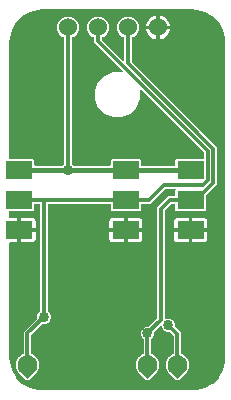
<source format=gbr>
G04 EAGLE Gerber RS-274X export*
G75*
%MOMM*%
%FSLAX34Y34*%
%LPD*%
%INTop Copper*%
%IPPOS*%
%AMOC8*
5,1,8,0,0,1.08239X$1,22.5*%
G01*
%ADD10R,2.286000X1.524000*%
%ADD11R,0.508000X0.508000*%
%ADD12C,1.524000*%
%ADD13C,0.855600*%
%ADD14C,0.406400*%
%ADD15C,0.304800*%

G36*
X158769Y3814D02*
X158769Y3814D01*
X158800Y3812D01*
X162347Y4045D01*
X162370Y4050D01*
X162494Y4069D01*
X169348Y5905D01*
X169362Y5912D01*
X169378Y5914D01*
X169531Y5982D01*
X175676Y9529D01*
X175688Y9539D01*
X175702Y9545D01*
X175833Y9650D01*
X180850Y14667D01*
X180859Y14680D01*
X180872Y14689D01*
X180950Y14795D01*
X180955Y14801D01*
X180958Y14806D01*
X180971Y14824D01*
X184518Y20969D01*
X184524Y20984D01*
X184534Y20996D01*
X184595Y21152D01*
X186431Y28006D01*
X186433Y28029D01*
X186455Y28153D01*
X186688Y31700D01*
X186686Y31719D01*
X186689Y31750D01*
X186689Y298450D01*
X186686Y298469D01*
X186688Y298500D01*
X186455Y302047D01*
X186450Y302070D01*
X186431Y302194D01*
X184595Y309048D01*
X184588Y309062D01*
X184586Y309078D01*
X184518Y309231D01*
X180971Y315376D01*
X180961Y315388D01*
X180955Y315402D01*
X180850Y315533D01*
X175833Y320550D01*
X175820Y320559D01*
X175811Y320572D01*
X175676Y320671D01*
X169531Y324218D01*
X169516Y324224D01*
X169504Y324234D01*
X169348Y324295D01*
X162494Y326131D01*
X162471Y326133D01*
X162347Y326155D01*
X158800Y326388D01*
X158781Y326386D01*
X158750Y326389D01*
X31750Y326389D01*
X31731Y326386D01*
X31700Y326388D01*
X28153Y326155D01*
X28130Y326150D01*
X28006Y326131D01*
X21152Y324295D01*
X21138Y324288D01*
X21122Y324286D01*
X20969Y324218D01*
X14824Y320671D01*
X14812Y320661D01*
X14798Y320655D01*
X14667Y320550D01*
X9650Y315533D01*
X9641Y315520D01*
X9628Y315511D01*
X9529Y315376D01*
X5982Y309231D01*
X5976Y309217D01*
X5966Y309204D01*
X5913Y309068D01*
X5908Y309056D01*
X5907Y309052D01*
X5905Y309048D01*
X4069Y302194D01*
X4067Y302171D01*
X4045Y302047D01*
X3812Y298500D01*
X3814Y298481D01*
X3811Y298450D01*
X3811Y200406D01*
X3814Y200386D01*
X3812Y200367D01*
X3834Y200265D01*
X3850Y200163D01*
X3860Y200146D01*
X3864Y200126D01*
X3917Y200037D01*
X3966Y199946D01*
X3980Y199932D01*
X3990Y199915D01*
X4069Y199848D01*
X4144Y199776D01*
X4162Y199768D01*
X4177Y199755D01*
X4273Y199716D01*
X4367Y199673D01*
X4387Y199671D01*
X4405Y199663D01*
X4572Y199645D01*
X24000Y199645D01*
X24893Y198752D01*
X24893Y194818D01*
X24896Y194798D01*
X24894Y194779D01*
X24916Y194677D01*
X24932Y194575D01*
X24942Y194558D01*
X24946Y194538D01*
X24999Y194449D01*
X25048Y194358D01*
X25062Y194344D01*
X25072Y194327D01*
X25151Y194260D01*
X25226Y194188D01*
X25244Y194180D01*
X25259Y194167D01*
X25355Y194128D01*
X25449Y194085D01*
X25469Y194083D01*
X25487Y194075D01*
X25654Y194057D01*
X48375Y194057D01*
X48465Y194071D01*
X48556Y194079D01*
X48586Y194091D01*
X48618Y194096D01*
X48699Y194139D01*
X48782Y194175D01*
X48815Y194201D01*
X48835Y194212D01*
X48857Y194235D01*
X48913Y194280D01*
X50068Y195435D01*
X50121Y195509D01*
X50181Y195578D01*
X50193Y195608D01*
X50212Y195634D01*
X50239Y195721D01*
X50273Y195806D01*
X50277Y195847D01*
X50284Y195869D01*
X50283Y195902D01*
X50291Y195973D01*
X50291Y302006D01*
X50272Y302121D01*
X50255Y302237D01*
X50253Y302243D01*
X50252Y302249D01*
X50197Y302351D01*
X50144Y302456D01*
X50139Y302461D01*
X50136Y302466D01*
X50052Y302546D01*
X49968Y302628D01*
X49962Y302632D01*
X49958Y302635D01*
X49941Y302643D01*
X49821Y302709D01*
X48160Y303397D01*
X45587Y305970D01*
X44195Y309331D01*
X44195Y312969D01*
X45587Y316330D01*
X48160Y318903D01*
X51521Y320295D01*
X55159Y320295D01*
X58520Y318903D01*
X61093Y316330D01*
X62485Y312969D01*
X62485Y309331D01*
X61093Y305970D01*
X58520Y303397D01*
X56859Y302709D01*
X56759Y302648D01*
X56659Y302588D01*
X56655Y302583D01*
X56650Y302580D01*
X56575Y302490D01*
X56499Y302401D01*
X56497Y302395D01*
X56493Y302390D01*
X56451Y302282D01*
X56407Y302173D01*
X56406Y302165D01*
X56405Y302161D01*
X56404Y302142D01*
X56389Y302006D01*
X56389Y195973D01*
X56403Y195883D01*
X56411Y195792D01*
X56423Y195762D01*
X56428Y195730D01*
X56471Y195649D01*
X56507Y195566D01*
X56533Y195533D01*
X56544Y195513D01*
X56567Y195491D01*
X56612Y195435D01*
X57767Y194280D01*
X57841Y194227D01*
X57910Y194167D01*
X57940Y194155D01*
X57966Y194136D01*
X58053Y194109D01*
X58138Y194075D01*
X58179Y194071D01*
X58201Y194064D01*
X58234Y194065D01*
X58305Y194057D01*
X88646Y194057D01*
X88666Y194060D01*
X88685Y194058D01*
X88787Y194080D01*
X88889Y194096D01*
X88906Y194106D01*
X88926Y194110D01*
X89015Y194163D01*
X89106Y194212D01*
X89120Y194226D01*
X89137Y194236D01*
X89204Y194315D01*
X89276Y194390D01*
X89284Y194408D01*
X89297Y194423D01*
X89336Y194519D01*
X89379Y194613D01*
X89381Y194633D01*
X89389Y194651D01*
X89407Y194818D01*
X89407Y198752D01*
X90300Y199645D01*
X114424Y199645D01*
X115317Y198752D01*
X115317Y194818D01*
X115320Y194798D01*
X115318Y194779D01*
X115340Y194677D01*
X115356Y194575D01*
X115366Y194558D01*
X115370Y194538D01*
X115423Y194449D01*
X115472Y194358D01*
X115486Y194344D01*
X115496Y194327D01*
X115575Y194260D01*
X115650Y194188D01*
X115668Y194180D01*
X115683Y194167D01*
X115779Y194128D01*
X115873Y194085D01*
X115893Y194083D01*
X115911Y194075D01*
X116078Y194057D01*
X143510Y194057D01*
X143530Y194060D01*
X143549Y194058D01*
X143651Y194080D01*
X143753Y194096D01*
X143770Y194106D01*
X143790Y194110D01*
X143879Y194163D01*
X143970Y194212D01*
X143984Y194226D01*
X144001Y194236D01*
X144068Y194315D01*
X144140Y194390D01*
X144148Y194408D01*
X144161Y194423D01*
X144200Y194519D01*
X144243Y194613D01*
X144245Y194633D01*
X144253Y194651D01*
X144271Y194818D01*
X144271Y198752D01*
X145164Y199645D01*
X167894Y199645D01*
X167914Y199648D01*
X167933Y199646D01*
X168035Y199668D01*
X168137Y199684D01*
X168154Y199694D01*
X168174Y199698D01*
X168263Y199751D01*
X168354Y199800D01*
X168368Y199814D01*
X168385Y199824D01*
X168452Y199903D01*
X168524Y199978D01*
X168532Y199996D01*
X168545Y200011D01*
X168584Y200107D01*
X168627Y200201D01*
X168629Y200221D01*
X168637Y200239D01*
X168655Y200406D01*
X168655Y205064D01*
X168641Y205154D01*
X168633Y205245D01*
X168621Y205275D01*
X168616Y205307D01*
X168573Y205387D01*
X168537Y205471D01*
X168511Y205503D01*
X168500Y205524D01*
X168477Y205546D01*
X168432Y205602D01*
X115600Y258434D01*
X115542Y258476D01*
X115490Y258525D01*
X115443Y258547D01*
X115401Y258578D01*
X115332Y258599D01*
X115267Y258629D01*
X115215Y258635D01*
X115165Y258650D01*
X115094Y258648D01*
X115023Y258656D01*
X114972Y258645D01*
X114920Y258644D01*
X114852Y258619D01*
X114782Y258604D01*
X114737Y258577D01*
X114689Y258559D01*
X114633Y258514D01*
X114571Y258478D01*
X114537Y258438D01*
X114497Y258406D01*
X114458Y258345D01*
X114411Y258291D01*
X114392Y258242D01*
X114364Y258199D01*
X114346Y258129D01*
X114319Y258063D01*
X114311Y257991D01*
X114303Y257960D01*
X114305Y257937D01*
X114301Y257896D01*
X114301Y250211D01*
X111400Y243209D01*
X106041Y237850D01*
X99039Y234949D01*
X91461Y234949D01*
X84459Y237850D01*
X79100Y243209D01*
X76199Y250211D01*
X76199Y257789D01*
X79100Y264791D01*
X84459Y270150D01*
X91461Y273051D01*
X99146Y273051D01*
X99217Y273062D01*
X99288Y273064D01*
X99337Y273082D01*
X99389Y273090D01*
X99452Y273124D01*
X99519Y273149D01*
X99560Y273181D01*
X99606Y273206D01*
X99655Y273258D01*
X99711Y273302D01*
X99740Y273346D01*
X99775Y273384D01*
X99806Y273449D01*
X99844Y273509D01*
X99857Y273560D01*
X99879Y273607D01*
X99887Y273678D01*
X99904Y273748D01*
X99900Y273800D01*
X99906Y273851D01*
X99891Y273922D01*
X99885Y273993D01*
X99865Y274041D01*
X99854Y274092D01*
X99817Y274153D01*
X99789Y274219D01*
X99744Y274275D01*
X99728Y274303D01*
X99710Y274318D01*
X99684Y274350D01*
X75691Y298343D01*
X75691Y302006D01*
X75672Y302121D01*
X75655Y302237D01*
X75653Y302243D01*
X75652Y302249D01*
X75597Y302351D01*
X75544Y302456D01*
X75539Y302461D01*
X75536Y302466D01*
X75452Y302546D01*
X75368Y302628D01*
X75362Y302632D01*
X75358Y302636D01*
X75341Y302643D01*
X75221Y302709D01*
X73560Y303397D01*
X70987Y305970D01*
X69595Y309331D01*
X69595Y312969D01*
X70987Y316330D01*
X73560Y318903D01*
X76921Y320295D01*
X80559Y320295D01*
X83920Y318903D01*
X86493Y316330D01*
X87885Y312969D01*
X87885Y309331D01*
X86493Y305970D01*
X83920Y303397D01*
X82259Y302709D01*
X82159Y302647D01*
X82059Y302588D01*
X82055Y302583D01*
X82050Y302580D01*
X81975Y302489D01*
X81899Y302401D01*
X81897Y302395D01*
X81893Y302390D01*
X81851Y302281D01*
X81807Y302173D01*
X81806Y302165D01*
X81805Y302161D01*
X81804Y302142D01*
X81789Y302006D01*
X81789Y301184D01*
X81803Y301094D01*
X81811Y301003D01*
X81823Y300973D01*
X81828Y300941D01*
X81871Y300861D01*
X81907Y300777D01*
X81933Y300745D01*
X81944Y300724D01*
X81967Y300702D01*
X82012Y300646D01*
X99792Y282866D01*
X99850Y282824D01*
X99902Y282775D01*
X99949Y282753D01*
X99991Y282722D01*
X100060Y282701D01*
X100125Y282671D01*
X100177Y282665D01*
X100227Y282650D01*
X100298Y282652D01*
X100369Y282644D01*
X100420Y282655D01*
X100472Y282656D01*
X100540Y282681D01*
X100610Y282696D01*
X100655Y282723D01*
X100703Y282741D01*
X100759Y282786D01*
X100821Y282822D01*
X100855Y282862D01*
X100895Y282895D01*
X100934Y282955D01*
X100981Y283009D01*
X101000Y283058D01*
X101028Y283101D01*
X101046Y283171D01*
X101073Y283237D01*
X101081Y283309D01*
X101089Y283340D01*
X101087Y283363D01*
X101091Y283404D01*
X101091Y302006D01*
X101072Y302121D01*
X101055Y302237D01*
X101053Y302243D01*
X101052Y302249D01*
X100997Y302351D01*
X100944Y302456D01*
X100939Y302461D01*
X100936Y302466D01*
X100852Y302546D01*
X100768Y302628D01*
X100762Y302632D01*
X100758Y302636D01*
X100741Y302643D01*
X100621Y302709D01*
X98960Y303397D01*
X96387Y305970D01*
X94995Y309331D01*
X94995Y312969D01*
X96387Y316330D01*
X98960Y318903D01*
X102321Y320295D01*
X105959Y320295D01*
X109320Y318903D01*
X111893Y316330D01*
X113285Y312969D01*
X113285Y309331D01*
X111893Y305970D01*
X109320Y303397D01*
X107659Y302709D01*
X107559Y302647D01*
X107459Y302588D01*
X107455Y302583D01*
X107450Y302580D01*
X107375Y302489D01*
X107299Y302401D01*
X107297Y302395D01*
X107293Y302390D01*
X107251Y302281D01*
X107207Y302173D01*
X107206Y302165D01*
X107205Y302161D01*
X107204Y302142D01*
X107189Y302006D01*
X107189Y282250D01*
X107203Y282160D01*
X107211Y282069D01*
X107223Y282039D01*
X107228Y282007D01*
X107271Y281927D01*
X107307Y281843D01*
X107333Y281811D01*
X107344Y281790D01*
X107367Y281768D01*
X107412Y281712D01*
X179325Y209799D01*
X179325Y178461D01*
X170404Y169540D01*
X170362Y169482D01*
X170313Y169430D01*
X170305Y169412D01*
X170291Y169396D01*
X170279Y169366D01*
X170260Y169340D01*
X170239Y169270D01*
X170209Y169207D01*
X170207Y169188D01*
X170199Y169168D01*
X170195Y169127D01*
X170188Y169105D01*
X170189Y169073D01*
X170181Y169002D01*
X170181Y156848D01*
X169288Y155955D01*
X145164Y155955D01*
X144271Y156848D01*
X144271Y161290D01*
X144268Y161310D01*
X144270Y161329D01*
X144248Y161431D01*
X144232Y161533D01*
X144222Y161550D01*
X144218Y161570D01*
X144165Y161659D01*
X144116Y161750D01*
X144102Y161764D01*
X144092Y161781D01*
X144013Y161848D01*
X143938Y161920D01*
X143920Y161928D01*
X143905Y161941D01*
X143809Y161980D01*
X143715Y162023D01*
X143695Y162025D01*
X143677Y162033D01*
X143510Y162051D01*
X141278Y162051D01*
X141188Y162037D01*
X141097Y162029D01*
X141067Y162017D01*
X141035Y162012D01*
X140955Y161969D01*
X140871Y161933D01*
X140839Y161907D01*
X140818Y161896D01*
X140796Y161873D01*
X140740Y161828D01*
X135352Y156440D01*
X135299Y156366D01*
X135239Y156297D01*
X135227Y156267D01*
X135208Y156240D01*
X135181Y156153D01*
X135147Y156069D01*
X135143Y156028D01*
X135136Y156005D01*
X135137Y155973D01*
X135129Y155902D01*
X135129Y64981D01*
X135136Y64935D01*
X135134Y64890D01*
X135156Y64815D01*
X135168Y64738D01*
X135190Y64697D01*
X135203Y64653D01*
X135247Y64589D01*
X135284Y64521D01*
X135317Y64489D01*
X135343Y64451D01*
X135405Y64405D01*
X135462Y64351D01*
X135504Y64332D01*
X135540Y64304D01*
X135614Y64280D01*
X135685Y64248D01*
X135731Y64242D01*
X135774Y64228D01*
X135852Y64229D01*
X135929Y64220D01*
X135974Y64230D01*
X136020Y64231D01*
X136152Y64269D01*
X136170Y64273D01*
X136174Y64275D01*
X136181Y64277D01*
X137276Y64731D01*
X139584Y64731D01*
X141717Y63847D01*
X143349Y62215D01*
X144233Y60082D01*
X144233Y57752D01*
X144247Y57662D01*
X144255Y57571D01*
X144267Y57541D01*
X144272Y57509D01*
X144315Y57429D01*
X144351Y57345D01*
X144377Y57313D01*
X144388Y57292D01*
X144411Y57270D01*
X144456Y57214D01*
X149099Y52571D01*
X149099Y35375D01*
X149112Y35296D01*
X149115Y35216D01*
X149131Y35175D01*
X149138Y35132D01*
X149176Y35061D01*
X149205Y34987D01*
X149233Y34953D01*
X149254Y34915D01*
X149311Y34860D01*
X149363Y34798D01*
X149411Y34765D01*
X149432Y34745D01*
X149457Y34733D01*
X149501Y34703D01*
X149779Y34555D01*
X149802Y34547D01*
X149917Y34498D01*
X150584Y34295D01*
X150587Y34291D01*
X150592Y34288D01*
X150596Y34283D01*
X150692Y34218D01*
X150788Y34151D01*
X150794Y34149D01*
X150799Y34146D01*
X150913Y34114D01*
X150950Y34103D01*
X151502Y33650D01*
X151523Y33638D01*
X151560Y33613D01*
X151563Y33610D01*
X151566Y33609D01*
X151626Y33567D01*
X152241Y33239D01*
X152243Y33235D01*
X152247Y33230D01*
X152250Y33225D01*
X152332Y33142D01*
X152413Y33057D01*
X152419Y33054D01*
X152423Y33050D01*
X152528Y32997D01*
X152562Y32979D01*
X153015Y32427D01*
X153033Y32412D01*
X153121Y32322D01*
X153659Y31880D01*
X153661Y31875D01*
X153664Y31870D01*
X153666Y31864D01*
X153730Y31767D01*
X153793Y31668D01*
X153798Y31664D01*
X153801Y31659D01*
X153893Y31587D01*
X153924Y31562D01*
X154261Y30933D01*
X154276Y30914D01*
X154344Y30809D01*
X154786Y30270D01*
X154786Y30265D01*
X154788Y30259D01*
X154789Y30253D01*
X154833Y30145D01*
X154876Y30036D01*
X154880Y30031D01*
X154882Y30026D01*
X154958Y29938D01*
X154984Y29907D01*
X155191Y29224D01*
X155202Y29202D01*
X155248Y29086D01*
X155577Y28471D01*
X155576Y28466D01*
X155577Y28460D01*
X155576Y28454D01*
X155598Y28340D01*
X155619Y28224D01*
X155622Y28219D01*
X155623Y28213D01*
X155681Y28111D01*
X155700Y28077D01*
X155770Y27366D01*
X155776Y27343D01*
X155799Y27220D01*
X156001Y26553D01*
X156000Y26548D01*
X156000Y26542D01*
X155998Y26536D01*
X155997Y26420D01*
X155995Y26302D01*
X155997Y26296D01*
X155997Y26290D01*
X156033Y26179D01*
X156045Y26142D01*
X155975Y25431D01*
X155977Y25407D01*
X155975Y25282D01*
X156043Y24588D01*
X156041Y24584D01*
X156040Y24578D01*
X156037Y24573D01*
X156013Y24458D01*
X155988Y24344D01*
X155989Y24338D01*
X155988Y24332D01*
X156002Y24215D01*
X156006Y24177D01*
X155799Y23493D01*
X155796Y23470D01*
X155770Y23347D01*
X155702Y22654D01*
X155698Y22650D01*
X155696Y22645D01*
X155692Y22640D01*
X155646Y22531D01*
X155600Y22425D01*
X155599Y22419D01*
X155597Y22413D01*
X155588Y22296D01*
X155585Y22257D01*
X155248Y21627D01*
X155241Y21605D01*
X155191Y21489D01*
X154989Y20823D01*
X154985Y20820D01*
X154981Y20815D01*
X154977Y20811D01*
X154912Y20715D01*
X154844Y20618D01*
X154842Y20612D01*
X154839Y20607D01*
X154808Y20494D01*
X154797Y20456D01*
X154344Y19904D01*
X154332Y19884D01*
X154261Y19780D01*
X153942Y19183D01*
X153891Y19161D01*
X153871Y19145D01*
X153857Y19138D01*
X153834Y19115D01*
X153760Y19056D01*
X153161Y18457D01*
X153146Y18436D01*
X153111Y18402D01*
X152580Y17755D01*
X152577Y17754D01*
X152510Y17736D01*
X152465Y17706D01*
X152415Y17685D01*
X152330Y17617D01*
X152305Y17600D01*
X152298Y17591D01*
X152284Y17580D01*
X148560Y13856D01*
X146997Y12293D01*
X145103Y12293D01*
X139816Y17580D01*
X139772Y17612D01*
X139734Y17651D01*
X139673Y17683D01*
X139616Y17724D01*
X139565Y17740D01*
X139516Y17765D01*
X139511Y17766D01*
X138989Y18402D01*
X138969Y18419D01*
X138939Y18457D01*
X138340Y19056D01*
X138257Y19116D01*
X138177Y19181D01*
X138155Y19190D01*
X137839Y19780D01*
X137824Y19799D01*
X137756Y19904D01*
X137314Y20443D01*
X137314Y20448D01*
X137312Y20454D01*
X137311Y20460D01*
X137267Y20568D01*
X137224Y20677D01*
X137220Y20682D01*
X137218Y20687D01*
X137142Y20776D01*
X137116Y20806D01*
X136909Y21489D01*
X136898Y21511D01*
X136852Y21627D01*
X136523Y22242D01*
X136524Y22246D01*
X136523Y22253D01*
X136524Y22259D01*
X136501Y22373D01*
X136481Y22489D01*
X136478Y22494D01*
X136477Y22500D01*
X136419Y22602D01*
X136400Y22636D01*
X136330Y23347D01*
X136324Y23370D01*
X136301Y23493D01*
X136099Y24160D01*
X136100Y24165D01*
X136101Y24171D01*
X136102Y24177D01*
X136103Y24294D01*
X136105Y24411D01*
X136104Y24416D01*
X136104Y24423D01*
X136067Y24534D01*
X136055Y24571D01*
X136125Y25282D01*
X136123Y25306D01*
X136125Y25431D01*
X136057Y26124D01*
X136059Y26129D01*
X136060Y26135D01*
X136063Y26140D01*
X136087Y26254D01*
X136112Y26369D01*
X136111Y26375D01*
X136112Y26381D01*
X136098Y26497D01*
X136094Y26536D01*
X136301Y27220D01*
X136304Y27243D01*
X136330Y27366D01*
X136398Y28059D01*
X136402Y28063D01*
X136404Y28069D01*
X136408Y28073D01*
X136454Y28182D01*
X136500Y28288D01*
X136501Y28294D01*
X136503Y28300D01*
X136512Y28416D01*
X136515Y28456D01*
X136852Y29086D01*
X136859Y29108D01*
X136909Y29224D01*
X137111Y29890D01*
X137115Y29893D01*
X137119Y29898D01*
X137123Y29902D01*
X137189Y29999D01*
X137256Y30095D01*
X137258Y30101D01*
X137261Y30106D01*
X137292Y30218D01*
X137303Y30257D01*
X137756Y30809D01*
X137768Y30829D01*
X137839Y30933D01*
X138167Y31547D01*
X138172Y31549D01*
X138176Y31553D01*
X138182Y31556D01*
X138265Y31638D01*
X138349Y31720D01*
X138352Y31725D01*
X138356Y31729D01*
X138409Y31834D01*
X138427Y31869D01*
X138979Y32322D01*
X138995Y32340D01*
X139085Y32427D01*
X139527Y32966D01*
X139531Y32967D01*
X139537Y32970D01*
X139542Y32972D01*
X139639Y33036D01*
X139739Y33100D01*
X139742Y33104D01*
X139748Y33108D01*
X139819Y33200D01*
X139844Y33231D01*
X140474Y33567D01*
X140493Y33582D01*
X140598Y33650D01*
X141137Y34092D01*
X141141Y34093D01*
X141147Y34095D01*
X141153Y34095D01*
X141261Y34140D01*
X141370Y34182D01*
X141375Y34186D01*
X141381Y34188D01*
X141469Y34264D01*
X141500Y34290D01*
X142183Y34498D01*
X142204Y34508D01*
X142321Y34555D01*
X142599Y34703D01*
X142662Y34752D01*
X142731Y34793D01*
X142759Y34826D01*
X142794Y34853D01*
X142839Y34919D01*
X142891Y34980D01*
X142907Y35021D01*
X142932Y35057D01*
X142953Y35134D01*
X142983Y35208D01*
X142989Y35266D01*
X142997Y35294D01*
X142995Y35322D01*
X143001Y35375D01*
X143001Y49730D01*
X142987Y49820D01*
X142979Y49911D01*
X142967Y49941D01*
X142962Y49973D01*
X142919Y50053D01*
X142883Y50137D01*
X142857Y50169D01*
X142846Y50190D01*
X142823Y50212D01*
X142778Y50268D01*
X140144Y52902D01*
X140070Y52955D01*
X140001Y53015D01*
X139971Y53027D01*
X139944Y53046D01*
X139857Y53073D01*
X139773Y53107D01*
X139732Y53111D01*
X139709Y53118D01*
X139677Y53117D01*
X139606Y53125D01*
X137276Y53125D01*
X135143Y54009D01*
X133511Y55641D01*
X132627Y57774D01*
X132627Y57898D01*
X132616Y57969D01*
X132614Y58040D01*
X132596Y58089D01*
X132588Y58141D01*
X132554Y58204D01*
X132529Y58271D01*
X132497Y58312D01*
X132472Y58358D01*
X132421Y58407D01*
X132376Y58463D01*
X132332Y58492D01*
X132294Y58527D01*
X132229Y58558D01*
X132169Y58596D01*
X132118Y58609D01*
X132071Y58631D01*
X132000Y58639D01*
X131930Y58656D01*
X131878Y58652D01*
X131827Y58658D01*
X131756Y58643D01*
X131685Y58637D01*
X131637Y58617D01*
X131586Y58606D01*
X131525Y58569D01*
X131459Y58541D01*
X131403Y58496D01*
X131375Y58480D01*
X131360Y58462D01*
X131328Y58436D01*
X126676Y53784D01*
X126623Y53710D01*
X126563Y53641D01*
X126551Y53611D01*
X126532Y53584D01*
X126505Y53497D01*
X126471Y53413D01*
X126467Y53372D01*
X126460Y53349D01*
X126461Y53317D01*
X126453Y53246D01*
X126453Y50916D01*
X125569Y48783D01*
X123922Y47135D01*
X123869Y47061D01*
X123809Y46992D01*
X123797Y46962D01*
X123778Y46936D01*
X123751Y46849D01*
X123717Y46764D01*
X123713Y46723D01*
X123706Y46701D01*
X123707Y46668D01*
X123699Y46597D01*
X123699Y35375D01*
X123712Y35296D01*
X123715Y35216D01*
X123731Y35175D01*
X123738Y35132D01*
X123776Y35061D01*
X123805Y34987D01*
X123833Y34953D01*
X123854Y34915D01*
X123911Y34860D01*
X123963Y34798D01*
X124011Y34765D01*
X124032Y34745D01*
X124057Y34733D01*
X124101Y34703D01*
X124379Y34555D01*
X124402Y34547D01*
X124517Y34498D01*
X125184Y34295D01*
X125187Y34291D01*
X125192Y34288D01*
X125196Y34283D01*
X125292Y34218D01*
X125388Y34151D01*
X125394Y34149D01*
X125399Y34146D01*
X125513Y34114D01*
X125550Y34103D01*
X126102Y33650D01*
X126123Y33638D01*
X126160Y33613D01*
X126163Y33610D01*
X126166Y33609D01*
X126226Y33567D01*
X126841Y33239D01*
X126843Y33235D01*
X126847Y33230D01*
X126850Y33225D01*
X126932Y33141D01*
X127013Y33057D01*
X127019Y33054D01*
X127023Y33050D01*
X127127Y32998D01*
X127162Y32979D01*
X127615Y32427D01*
X127633Y32412D01*
X127721Y32322D01*
X128259Y31880D01*
X128261Y31875D01*
X128264Y31870D01*
X128266Y31864D01*
X128330Y31767D01*
X128393Y31668D01*
X128398Y31664D01*
X128401Y31659D01*
X128493Y31587D01*
X128524Y31562D01*
X128861Y30933D01*
X128876Y30914D01*
X128944Y30809D01*
X129386Y30270D01*
X129386Y30265D01*
X129388Y30259D01*
X129389Y30253D01*
X129433Y30145D01*
X129476Y30036D01*
X129480Y30031D01*
X129482Y30026D01*
X129558Y29938D01*
X129584Y29907D01*
X129791Y29224D01*
X129802Y29202D01*
X129848Y29086D01*
X130177Y28471D01*
X130176Y28467D01*
X130177Y28460D01*
X130176Y28454D01*
X130198Y28340D01*
X130219Y28224D01*
X130222Y28219D01*
X130223Y28213D01*
X130281Y28112D01*
X130300Y28077D01*
X130370Y27366D01*
X130376Y27343D01*
X130399Y27220D01*
X130601Y26553D01*
X130600Y26548D01*
X130600Y26542D01*
X130598Y26536D01*
X130597Y26420D01*
X130595Y26302D01*
X130597Y26296D01*
X130597Y26290D01*
X130633Y26179D01*
X130645Y26142D01*
X130575Y25431D01*
X130577Y25407D01*
X130575Y25282D01*
X130643Y24588D01*
X130641Y24584D01*
X130640Y24578D01*
X130637Y24573D01*
X130613Y24458D01*
X130588Y24344D01*
X130589Y24338D01*
X130588Y24332D01*
X130602Y24215D01*
X130606Y24177D01*
X130399Y23493D01*
X130396Y23470D01*
X130370Y23347D01*
X130302Y22654D01*
X130298Y22650D01*
X130296Y22645D01*
X130292Y22640D01*
X130246Y22531D01*
X130200Y22425D01*
X130199Y22419D01*
X130197Y22413D01*
X130188Y22296D01*
X130185Y22257D01*
X129848Y21627D01*
X129841Y21605D01*
X129791Y21489D01*
X129589Y20823D01*
X129585Y20820D01*
X129581Y20815D01*
X129577Y20811D01*
X129512Y20715D01*
X129444Y20618D01*
X129442Y20612D01*
X129439Y20607D01*
X129408Y20494D01*
X129397Y20456D01*
X128944Y19904D01*
X128932Y19884D01*
X128861Y19780D01*
X128542Y19183D01*
X128491Y19161D01*
X128471Y19145D01*
X128457Y19138D01*
X128434Y19115D01*
X128360Y19056D01*
X127761Y18457D01*
X127746Y18436D01*
X127711Y18402D01*
X127180Y17755D01*
X127177Y17754D01*
X127110Y17736D01*
X127065Y17706D01*
X127015Y17685D01*
X126930Y17617D01*
X126905Y17600D01*
X126898Y17591D01*
X126884Y17580D01*
X123160Y13856D01*
X122022Y12718D01*
X121597Y12293D01*
X119703Y12293D01*
X114416Y17580D01*
X114372Y17612D01*
X114334Y17651D01*
X114273Y17683D01*
X114216Y17724D01*
X114165Y17740D01*
X114116Y17765D01*
X114111Y17766D01*
X113589Y18402D01*
X113569Y18419D01*
X113539Y18457D01*
X112940Y19056D01*
X112857Y19116D01*
X112777Y19181D01*
X112755Y19190D01*
X112439Y19780D01*
X112424Y19799D01*
X112356Y19904D01*
X111914Y20443D01*
X111914Y20448D01*
X111912Y20454D01*
X111911Y20460D01*
X111867Y20568D01*
X111824Y20677D01*
X111820Y20682D01*
X111818Y20687D01*
X111742Y20776D01*
X111716Y20806D01*
X111509Y21489D01*
X111498Y21511D01*
X111452Y21627D01*
X111123Y22242D01*
X111124Y22246D01*
X111123Y22253D01*
X111124Y22259D01*
X111101Y22373D01*
X111081Y22489D01*
X111078Y22494D01*
X111077Y22500D01*
X111019Y22602D01*
X111000Y22636D01*
X110930Y23347D01*
X110924Y23370D01*
X110901Y23493D01*
X110699Y24160D01*
X110700Y24165D01*
X110701Y24171D01*
X110702Y24177D01*
X110703Y24294D01*
X110705Y24411D01*
X110704Y24416D01*
X110704Y24423D01*
X110667Y24534D01*
X110655Y24571D01*
X110725Y25282D01*
X110723Y25306D01*
X110725Y25431D01*
X110657Y26124D01*
X110659Y26129D01*
X110660Y26135D01*
X110663Y26140D01*
X110687Y26254D01*
X110712Y26369D01*
X110711Y26375D01*
X110712Y26381D01*
X110698Y26497D01*
X110694Y26536D01*
X110901Y27220D01*
X110904Y27243D01*
X110930Y27366D01*
X110998Y28059D01*
X111002Y28063D01*
X111004Y28069D01*
X111008Y28073D01*
X111054Y28182D01*
X111100Y28288D01*
X111101Y28294D01*
X111103Y28300D01*
X111112Y28416D01*
X111115Y28456D01*
X111452Y29086D01*
X111459Y29108D01*
X111509Y29224D01*
X111711Y29890D01*
X111715Y29893D01*
X111719Y29898D01*
X111723Y29902D01*
X111789Y29999D01*
X111856Y30095D01*
X111858Y30101D01*
X111861Y30106D01*
X111892Y30218D01*
X111903Y30257D01*
X112356Y30809D01*
X112368Y30829D01*
X112439Y30933D01*
X112767Y31547D01*
X112772Y31549D01*
X112776Y31553D01*
X112782Y31556D01*
X112865Y31638D01*
X112949Y31720D01*
X112952Y31725D01*
X112956Y31729D01*
X113009Y31834D01*
X113027Y31869D01*
X113579Y32322D01*
X113595Y32340D01*
X113685Y32427D01*
X114127Y32966D01*
X114131Y32967D01*
X114137Y32970D01*
X114142Y32972D01*
X114239Y33036D01*
X114339Y33100D01*
X114342Y33104D01*
X114348Y33108D01*
X114419Y33200D01*
X114444Y33231D01*
X115074Y33567D01*
X115093Y33582D01*
X115198Y33650D01*
X115737Y34092D01*
X115741Y34093D01*
X115747Y34095D01*
X115753Y34095D01*
X115861Y34140D01*
X115970Y34182D01*
X115975Y34186D01*
X115981Y34188D01*
X116069Y34264D01*
X116100Y34290D01*
X116783Y34498D01*
X116804Y34508D01*
X116921Y34555D01*
X117199Y34703D01*
X117262Y34752D01*
X117331Y34793D01*
X117359Y34826D01*
X117394Y34853D01*
X117439Y34919D01*
X117491Y34980D01*
X117507Y35021D01*
X117532Y35057D01*
X117553Y35134D01*
X117583Y35208D01*
X117589Y35266D01*
X117597Y35294D01*
X117595Y35322D01*
X117601Y35375D01*
X117601Y46597D01*
X117587Y46687D01*
X117579Y46778D01*
X117567Y46808D01*
X117562Y46840D01*
X117519Y46921D01*
X117483Y47004D01*
X117457Y47037D01*
X117446Y47057D01*
X117423Y47079D01*
X117378Y47135D01*
X115731Y48783D01*
X114847Y50916D01*
X114847Y53224D01*
X115731Y55357D01*
X117363Y56989D01*
X119496Y57873D01*
X121826Y57873D01*
X121916Y57887D01*
X122007Y57895D01*
X122037Y57907D01*
X122069Y57912D01*
X122149Y57955D01*
X122233Y57991D01*
X122265Y58017D01*
X122286Y58028D01*
X122308Y58051D01*
X122364Y58096D01*
X128808Y64540D01*
X128861Y64614D01*
X128921Y64683D01*
X128933Y64713D01*
X128952Y64740D01*
X128979Y64827D01*
X129013Y64911D01*
X129017Y64952D01*
X129024Y64975D01*
X129023Y65007D01*
X129031Y65078D01*
X129031Y158743D01*
X138437Y168149D01*
X143510Y168149D01*
X143530Y168152D01*
X143549Y168150D01*
X143651Y168172D01*
X143753Y168188D01*
X143770Y168198D01*
X143790Y168202D01*
X143879Y168255D01*
X143970Y168304D01*
X143984Y168318D01*
X144001Y168328D01*
X144068Y168407D01*
X144140Y168482D01*
X144148Y168500D01*
X144161Y168515D01*
X144200Y168611D01*
X144243Y168705D01*
X144245Y168725D01*
X144253Y168743D01*
X144271Y168910D01*
X144271Y173352D01*
X144371Y173452D01*
X144413Y173510D01*
X144463Y173562D01*
X144485Y173609D01*
X144515Y173651D01*
X144536Y173720D01*
X144566Y173785D01*
X144572Y173837D01*
X144587Y173887D01*
X144585Y173958D01*
X144593Y174029D01*
X144582Y174080D01*
X144581Y174132D01*
X144556Y174200D01*
X144541Y174270D01*
X144514Y174315D01*
X144497Y174363D01*
X144452Y174419D01*
X144415Y174481D01*
X144375Y174515D01*
X144343Y174555D01*
X144283Y174594D01*
X144228Y174641D01*
X144180Y174660D01*
X144136Y174688D01*
X144067Y174706D01*
X144000Y174733D01*
X143929Y174741D01*
X143897Y174749D01*
X143874Y174747D01*
X143833Y174751D01*
X136198Y174751D01*
X136108Y174737D01*
X136017Y174729D01*
X135987Y174717D01*
X135955Y174712D01*
X135875Y174669D01*
X135791Y174633D01*
X135759Y174607D01*
X135738Y174596D01*
X135716Y174573D01*
X135660Y174528D01*
X123183Y162051D01*
X116078Y162051D01*
X116058Y162048D01*
X116039Y162050D01*
X115937Y162028D01*
X115835Y162012D01*
X115818Y162002D01*
X115798Y161998D01*
X115709Y161945D01*
X115618Y161896D01*
X115604Y161882D01*
X115587Y161872D01*
X115520Y161793D01*
X115448Y161718D01*
X115440Y161700D01*
X115427Y161685D01*
X115388Y161589D01*
X115345Y161495D01*
X115343Y161475D01*
X115335Y161457D01*
X115317Y161290D01*
X115317Y156848D01*
X114424Y155955D01*
X90300Y155955D01*
X89407Y156848D01*
X89407Y161290D01*
X89404Y161310D01*
X89406Y161329D01*
X89384Y161431D01*
X89368Y161533D01*
X89358Y161550D01*
X89354Y161570D01*
X89301Y161659D01*
X89252Y161750D01*
X89238Y161764D01*
X89228Y161781D01*
X89149Y161848D01*
X89074Y161920D01*
X89056Y161928D01*
X89041Y161941D01*
X88945Y161980D01*
X88851Y162023D01*
X88831Y162025D01*
X88813Y162033D01*
X88646Y162051D01*
X36830Y162051D01*
X36810Y162048D01*
X36791Y162050D01*
X36689Y162028D01*
X36587Y162012D01*
X36570Y162002D01*
X36550Y161998D01*
X36461Y161945D01*
X36370Y161896D01*
X36356Y161882D01*
X36339Y161872D01*
X36272Y161793D01*
X36200Y161718D01*
X36192Y161700D01*
X36179Y161685D01*
X36140Y161589D01*
X36097Y161495D01*
X36095Y161475D01*
X36087Y161457D01*
X36069Y161290D01*
X36069Y71513D01*
X36083Y71423D01*
X36091Y71332D01*
X36103Y71302D01*
X36108Y71270D01*
X36151Y71189D01*
X36187Y71106D01*
X36213Y71073D01*
X36224Y71053D01*
X36247Y71031D01*
X36292Y70975D01*
X37939Y69327D01*
X38823Y67194D01*
X38823Y64886D01*
X37939Y62753D01*
X36307Y61121D01*
X34174Y60237D01*
X31844Y60237D01*
X31754Y60223D01*
X31663Y60215D01*
X31633Y60203D01*
X31601Y60198D01*
X31521Y60155D01*
X31437Y60119D01*
X31405Y60093D01*
X31384Y60082D01*
X31362Y60059D01*
X31306Y60014D01*
X22322Y51030D01*
X22269Y50956D01*
X22209Y50887D01*
X22197Y50857D01*
X22178Y50830D01*
X22151Y50743D01*
X22117Y50659D01*
X22113Y50618D01*
X22106Y50595D01*
X22107Y50563D01*
X22099Y50492D01*
X22099Y35375D01*
X22112Y35296D01*
X22115Y35216D01*
X22131Y35175D01*
X22138Y35132D01*
X22176Y35061D01*
X22205Y34987D01*
X22233Y34953D01*
X22254Y34915D01*
X22311Y34860D01*
X22363Y34798D01*
X22411Y34765D01*
X22432Y34745D01*
X22457Y34733D01*
X22501Y34703D01*
X22779Y34555D01*
X22802Y34547D01*
X22917Y34498D01*
X23584Y34295D01*
X23587Y34291D01*
X23592Y34288D01*
X23596Y34283D01*
X23692Y34218D01*
X23788Y34151D01*
X23794Y34149D01*
X23799Y34146D01*
X23913Y34114D01*
X23950Y34103D01*
X24502Y33650D01*
X24523Y33638D01*
X24560Y33613D01*
X24563Y33610D01*
X24566Y33609D01*
X24626Y33567D01*
X25241Y33239D01*
X25243Y33235D01*
X25247Y33230D01*
X25250Y33225D01*
X25332Y33141D01*
X25413Y33057D01*
X25419Y33054D01*
X25423Y33050D01*
X25527Y32998D01*
X25562Y32979D01*
X26015Y32427D01*
X26033Y32412D01*
X26121Y32322D01*
X26659Y31880D01*
X26661Y31875D01*
X26664Y31870D01*
X26666Y31864D01*
X26730Y31767D01*
X26793Y31668D01*
X26798Y31664D01*
X26801Y31659D01*
X26893Y31587D01*
X26924Y31562D01*
X27261Y30933D01*
X27276Y30914D01*
X27344Y30809D01*
X27786Y30270D01*
X27786Y30265D01*
X27788Y30259D01*
X27789Y30253D01*
X27833Y30145D01*
X27876Y30036D01*
X27880Y30031D01*
X27882Y30026D01*
X27958Y29938D01*
X27984Y29907D01*
X28191Y29224D01*
X28202Y29202D01*
X28248Y29086D01*
X28577Y28471D01*
X28576Y28467D01*
X28577Y28460D01*
X28576Y28454D01*
X28598Y28340D01*
X28619Y28224D01*
X28622Y28219D01*
X28623Y28213D01*
X28681Y28112D01*
X28700Y28077D01*
X28770Y27366D01*
X28776Y27343D01*
X28799Y27220D01*
X29001Y26553D01*
X29000Y26548D01*
X29000Y26542D01*
X28998Y26536D01*
X28997Y26420D01*
X28995Y26302D01*
X28997Y26296D01*
X28997Y26290D01*
X29033Y26179D01*
X29045Y26142D01*
X28975Y25431D01*
X28977Y25407D01*
X28975Y25282D01*
X29043Y24588D01*
X29041Y24584D01*
X29040Y24578D01*
X29037Y24573D01*
X29013Y24458D01*
X28988Y24344D01*
X28989Y24338D01*
X28988Y24332D01*
X29002Y24215D01*
X29006Y24177D01*
X28799Y23493D01*
X28796Y23470D01*
X28770Y23347D01*
X28702Y22654D01*
X28698Y22650D01*
X28696Y22644D01*
X28692Y22640D01*
X28646Y22531D01*
X28600Y22425D01*
X28599Y22419D01*
X28597Y22413D01*
X28588Y22297D01*
X28585Y22257D01*
X28248Y21627D01*
X28241Y21605D01*
X28191Y21489D01*
X27989Y20823D01*
X27985Y20820D01*
X27981Y20815D01*
X27977Y20811D01*
X27912Y20715D01*
X27844Y20618D01*
X27842Y20612D01*
X27839Y20607D01*
X27808Y20494D01*
X27797Y20456D01*
X27344Y19904D01*
X27332Y19884D01*
X27261Y19780D01*
X26942Y19183D01*
X26891Y19161D01*
X26871Y19145D01*
X26857Y19138D01*
X26834Y19115D01*
X26760Y19056D01*
X26161Y18457D01*
X26146Y18436D01*
X26111Y18402D01*
X25580Y17755D01*
X25577Y17754D01*
X25510Y17736D01*
X25465Y17706D01*
X25415Y17685D01*
X25330Y17617D01*
X25305Y17600D01*
X25298Y17591D01*
X25284Y17580D01*
X21560Y13856D01*
X20422Y12718D01*
X19997Y12293D01*
X18103Y12293D01*
X12816Y17580D01*
X12772Y17612D01*
X12734Y17651D01*
X12673Y17683D01*
X12616Y17724D01*
X12565Y17740D01*
X12516Y17765D01*
X12511Y17766D01*
X11989Y18402D01*
X11969Y18419D01*
X11939Y18457D01*
X11340Y19056D01*
X11257Y19116D01*
X11177Y19181D01*
X11155Y19190D01*
X10839Y19780D01*
X10824Y19799D01*
X10756Y19904D01*
X10314Y20443D01*
X10314Y20448D01*
X10312Y20454D01*
X10311Y20460D01*
X10267Y20568D01*
X10224Y20677D01*
X10220Y20682D01*
X10218Y20687D01*
X10142Y20776D01*
X10116Y20806D01*
X9909Y21489D01*
X9898Y21511D01*
X9852Y21627D01*
X9523Y22242D01*
X9524Y22246D01*
X9523Y22253D01*
X9524Y22259D01*
X9501Y22373D01*
X9481Y22489D01*
X9478Y22494D01*
X9477Y22500D01*
X9419Y22602D01*
X9400Y22636D01*
X9330Y23347D01*
X9324Y23370D01*
X9301Y23493D01*
X9099Y24160D01*
X9100Y24165D01*
X9101Y24171D01*
X9102Y24177D01*
X9103Y24294D01*
X9105Y24411D01*
X9104Y24416D01*
X9104Y24423D01*
X9067Y24534D01*
X9055Y24571D01*
X9125Y25282D01*
X9123Y25306D01*
X9125Y25431D01*
X9057Y26124D01*
X9059Y26129D01*
X9060Y26135D01*
X9063Y26140D01*
X9087Y26254D01*
X9112Y26369D01*
X9111Y26375D01*
X9112Y26381D01*
X9098Y26497D01*
X9094Y26536D01*
X9301Y27220D01*
X9304Y27243D01*
X9330Y27366D01*
X9398Y28059D01*
X9402Y28063D01*
X9404Y28069D01*
X9408Y28073D01*
X9454Y28182D01*
X9500Y28288D01*
X9501Y28294D01*
X9503Y28300D01*
X9512Y28416D01*
X9515Y28456D01*
X9852Y29086D01*
X9859Y29108D01*
X9909Y29224D01*
X10111Y29890D01*
X10115Y29893D01*
X10119Y29898D01*
X10123Y29902D01*
X10189Y29999D01*
X10256Y30095D01*
X10258Y30101D01*
X10261Y30106D01*
X10292Y30218D01*
X10303Y30257D01*
X10756Y30809D01*
X10768Y30829D01*
X10839Y30933D01*
X11167Y31547D01*
X11172Y31549D01*
X11176Y31553D01*
X11182Y31556D01*
X11265Y31638D01*
X11349Y31720D01*
X11352Y31725D01*
X11356Y31729D01*
X11409Y31834D01*
X11427Y31869D01*
X11979Y32322D01*
X11995Y32340D01*
X12085Y32427D01*
X12527Y32966D01*
X12531Y32967D01*
X12537Y32970D01*
X12542Y32972D01*
X12639Y33036D01*
X12739Y33100D01*
X12742Y33104D01*
X12748Y33108D01*
X12819Y33200D01*
X12844Y33231D01*
X13474Y33567D01*
X13493Y33582D01*
X13598Y33650D01*
X14137Y34092D01*
X14141Y34093D01*
X14147Y34095D01*
X14153Y34095D01*
X14261Y34140D01*
X14370Y34182D01*
X14375Y34186D01*
X14381Y34188D01*
X14469Y34264D01*
X14500Y34290D01*
X15183Y34498D01*
X15204Y34508D01*
X15321Y34555D01*
X15599Y34703D01*
X15662Y34752D01*
X15731Y34793D01*
X15759Y34826D01*
X15794Y34853D01*
X15839Y34919D01*
X15891Y34980D01*
X15907Y35021D01*
X15932Y35057D01*
X15953Y35134D01*
X15983Y35208D01*
X15989Y35266D01*
X15997Y35294D01*
X15995Y35322D01*
X16001Y35375D01*
X16001Y53333D01*
X26994Y64326D01*
X27047Y64400D01*
X27107Y64469D01*
X27119Y64499D01*
X27138Y64526D01*
X27165Y64613D01*
X27199Y64697D01*
X27203Y64738D01*
X27210Y64761D01*
X27209Y64793D01*
X27217Y64864D01*
X27217Y67194D01*
X28101Y69327D01*
X29748Y70975D01*
X29801Y71049D01*
X29861Y71118D01*
X29873Y71148D01*
X29892Y71174D01*
X29919Y71261D01*
X29953Y71346D01*
X29957Y71387D01*
X29964Y71409D01*
X29963Y71442D01*
X29971Y71513D01*
X29971Y161290D01*
X29968Y161310D01*
X29970Y161329D01*
X29948Y161431D01*
X29932Y161533D01*
X29922Y161550D01*
X29918Y161570D01*
X29865Y161659D01*
X29816Y161750D01*
X29802Y161764D01*
X29792Y161781D01*
X29713Y161848D01*
X29638Y161920D01*
X29620Y161928D01*
X29605Y161941D01*
X29509Y161980D01*
X29415Y162023D01*
X29395Y162025D01*
X29377Y162033D01*
X29210Y162051D01*
X25654Y162051D01*
X25634Y162048D01*
X25615Y162050D01*
X25513Y162028D01*
X25411Y162012D01*
X25394Y162002D01*
X25374Y161998D01*
X25285Y161945D01*
X25194Y161896D01*
X25180Y161882D01*
X25163Y161872D01*
X25096Y161793D01*
X25024Y161718D01*
X25016Y161700D01*
X25003Y161685D01*
X24964Y161589D01*
X24921Y161495D01*
X24919Y161475D01*
X24911Y161457D01*
X24893Y161290D01*
X24893Y156848D01*
X24000Y155955D01*
X4572Y155955D01*
X4552Y155952D01*
X4533Y155954D01*
X4431Y155932D01*
X4329Y155916D01*
X4312Y155906D01*
X4292Y155902D01*
X4203Y155849D01*
X4112Y155800D01*
X4098Y155786D01*
X4081Y155776D01*
X4014Y155697D01*
X3942Y155622D01*
X3934Y155604D01*
X3921Y155589D01*
X3882Y155493D01*
X3839Y155399D01*
X3837Y155379D01*
X3829Y155361D01*
X3811Y155194D01*
X3811Y150622D01*
X3814Y150602D01*
X3812Y150583D01*
X3834Y150481D01*
X3850Y150379D01*
X3860Y150362D01*
X3864Y150342D01*
X3917Y150253D01*
X3966Y150162D01*
X3980Y150148D01*
X3990Y150131D01*
X4069Y150064D01*
X4144Y149992D01*
X4162Y149984D01*
X4177Y149971D01*
X4273Y149932D01*
X4367Y149889D01*
X4387Y149887D01*
X4405Y149879D01*
X4572Y149861D01*
X10415Y149861D01*
X10415Y140462D01*
X10418Y140442D01*
X10416Y140423D01*
X10438Y140321D01*
X10455Y140219D01*
X10464Y140202D01*
X10468Y140182D01*
X10521Y140093D01*
X10570Y140002D01*
X10584Y139988D01*
X10594Y139971D01*
X10673Y139904D01*
X10748Y139833D01*
X10766Y139824D01*
X10781Y139811D01*
X10877Y139772D01*
X10971Y139729D01*
X10991Y139727D01*
X11009Y139719D01*
X11176Y139701D01*
X11939Y139701D01*
X11939Y139699D01*
X11176Y139699D01*
X11156Y139696D01*
X11137Y139698D01*
X11035Y139676D01*
X10933Y139659D01*
X10916Y139650D01*
X10896Y139646D01*
X10807Y139593D01*
X10716Y139544D01*
X10702Y139530D01*
X10685Y139520D01*
X10618Y139441D01*
X10547Y139366D01*
X10538Y139348D01*
X10525Y139333D01*
X10486Y139237D01*
X10443Y139143D01*
X10441Y139123D01*
X10433Y139105D01*
X10415Y138938D01*
X10415Y129539D01*
X4572Y129539D01*
X4552Y129536D01*
X4533Y129538D01*
X4431Y129516D01*
X4329Y129500D01*
X4312Y129490D01*
X4292Y129486D01*
X4203Y129433D01*
X4112Y129384D01*
X4098Y129370D01*
X4081Y129360D01*
X4014Y129281D01*
X3942Y129206D01*
X3934Y129188D01*
X3921Y129173D01*
X3882Y129077D01*
X3839Y128983D01*
X3837Y128963D01*
X3829Y128945D01*
X3811Y128778D01*
X3811Y31750D01*
X3814Y31732D01*
X3812Y31700D01*
X4045Y28153D01*
X4050Y28130D01*
X4069Y28006D01*
X5905Y21152D01*
X5912Y21138D01*
X5914Y21122D01*
X5950Y21041D01*
X5950Y21040D01*
X5951Y21038D01*
X5982Y20969D01*
X9529Y14824D01*
X9539Y14812D01*
X9545Y14798D01*
X9592Y14739D01*
X9593Y14738D01*
X9650Y14667D01*
X14667Y9650D01*
X14680Y9641D01*
X14689Y9628D01*
X14824Y9529D01*
X20969Y5982D01*
X20983Y5976D01*
X20996Y5966D01*
X21152Y5905D01*
X28006Y4069D01*
X28029Y4067D01*
X28153Y4045D01*
X31700Y3812D01*
X31719Y3814D01*
X31750Y3811D01*
X158750Y3811D01*
X158769Y3814D01*
G37*
G36*
X120689Y13830D02*
X120689Y13830D01*
X120792Y13832D01*
X120811Y13839D01*
X120831Y13841D01*
X120926Y13881D01*
X121023Y13917D01*
X121039Y13929D01*
X121057Y13937D01*
X121188Y14042D01*
X126576Y19430D01*
X126592Y19451D01*
X126627Y19485D01*
X127574Y20640D01*
X127586Y20661D01*
X127657Y20764D01*
X128361Y22082D01*
X128369Y22104D01*
X128418Y22219D01*
X128852Y23649D01*
X128855Y23673D01*
X128881Y23795D01*
X129028Y25282D01*
X129026Y25306D01*
X129028Y25431D01*
X128881Y26918D01*
X128875Y26941D01*
X128852Y27064D01*
X128418Y28494D01*
X128408Y28515D01*
X128397Y28543D01*
X128393Y28563D01*
X128382Y28581D01*
X128361Y28631D01*
X127657Y29949D01*
X127643Y29968D01*
X127574Y30073D01*
X126627Y31228D01*
X126609Y31243D01*
X126521Y31333D01*
X125366Y32281D01*
X125346Y32293D01*
X125242Y32364D01*
X123925Y33068D01*
X123902Y33076D01*
X123787Y33125D01*
X122358Y33559D01*
X122334Y33562D01*
X122211Y33588D01*
X120725Y33734D01*
X120701Y33733D01*
X120575Y33734D01*
X119089Y33588D01*
X119066Y33581D01*
X118942Y33559D01*
X117513Y33125D01*
X117492Y33114D01*
X117375Y33068D01*
X116058Y32364D01*
X116039Y32349D01*
X115934Y32281D01*
X114779Y31333D01*
X114763Y31315D01*
X114673Y31228D01*
X113726Y30073D01*
X113714Y30052D01*
X113643Y29949D01*
X112939Y28631D01*
X112931Y28609D01*
X112882Y28494D01*
X112448Y27064D01*
X112445Y27040D01*
X112419Y26918D01*
X112272Y25431D01*
X112274Y25407D01*
X112272Y25282D01*
X112419Y23795D01*
X112425Y23772D01*
X112448Y23649D01*
X112882Y22220D01*
X112892Y22198D01*
X112939Y22082D01*
X113643Y20764D01*
X113657Y20745D01*
X113726Y20640D01*
X114673Y19485D01*
X114693Y19468D01*
X114724Y19430D01*
X120112Y14042D01*
X120128Y14030D01*
X120140Y14015D01*
X120228Y13959D01*
X120311Y13898D01*
X120330Y13893D01*
X120347Y13882D01*
X120448Y13856D01*
X120547Y13826D01*
X120566Y13827D01*
X120586Y13822D01*
X120689Y13830D01*
G37*
G36*
X146089Y13830D02*
X146089Y13830D01*
X146192Y13832D01*
X146211Y13839D01*
X146231Y13841D01*
X146326Y13881D01*
X146423Y13917D01*
X146439Y13929D01*
X146457Y13937D01*
X146588Y14042D01*
X151976Y19430D01*
X151992Y19451D01*
X152027Y19485D01*
X152974Y20640D01*
X152986Y20661D01*
X153057Y20764D01*
X153761Y22082D01*
X153769Y22104D01*
X153818Y22219D01*
X154252Y23649D01*
X154255Y23673D01*
X154281Y23795D01*
X154428Y25282D01*
X154426Y25306D01*
X154428Y25431D01*
X154281Y26918D01*
X154275Y26941D01*
X154252Y27064D01*
X153818Y28494D01*
X153808Y28515D01*
X153797Y28543D01*
X153793Y28563D01*
X153782Y28581D01*
X153761Y28631D01*
X153057Y29949D01*
X153043Y29968D01*
X152974Y30073D01*
X152027Y31228D01*
X152009Y31243D01*
X151921Y31333D01*
X150766Y32281D01*
X150746Y32293D01*
X150642Y32364D01*
X149325Y33068D01*
X149302Y33076D01*
X149187Y33125D01*
X147758Y33559D01*
X147734Y33562D01*
X147611Y33588D01*
X146125Y33734D01*
X146101Y33733D01*
X145975Y33734D01*
X144489Y33588D01*
X144466Y33581D01*
X144342Y33559D01*
X142913Y33125D01*
X142892Y33114D01*
X142775Y33068D01*
X141458Y32364D01*
X141439Y32349D01*
X141334Y32281D01*
X140179Y31333D01*
X140163Y31315D01*
X140073Y31228D01*
X139126Y30073D01*
X139114Y30052D01*
X139043Y29949D01*
X138339Y28631D01*
X138331Y28609D01*
X138282Y28494D01*
X137848Y27064D01*
X137845Y27040D01*
X137819Y26918D01*
X137672Y25431D01*
X137674Y25407D01*
X137672Y25282D01*
X137819Y23795D01*
X137825Y23772D01*
X137848Y23649D01*
X138282Y22220D01*
X138292Y22198D01*
X138339Y22082D01*
X139043Y20764D01*
X139057Y20745D01*
X139126Y20640D01*
X140073Y19485D01*
X140093Y19468D01*
X140124Y19430D01*
X145512Y14042D01*
X145528Y14030D01*
X145540Y14015D01*
X145628Y13959D01*
X145711Y13898D01*
X145730Y13893D01*
X145747Y13882D01*
X145848Y13856D01*
X145947Y13826D01*
X145966Y13827D01*
X145986Y13822D01*
X146089Y13830D01*
G37*
G36*
X19089Y13830D02*
X19089Y13830D01*
X19192Y13832D01*
X19211Y13839D01*
X19231Y13841D01*
X19326Y13881D01*
X19423Y13917D01*
X19439Y13929D01*
X19457Y13937D01*
X19588Y14042D01*
X24976Y19430D01*
X24992Y19451D01*
X25027Y19485D01*
X25974Y20640D01*
X25986Y20661D01*
X26057Y20764D01*
X26761Y22082D01*
X26769Y22104D01*
X26818Y22219D01*
X27252Y23649D01*
X27255Y23673D01*
X27281Y23795D01*
X27428Y25282D01*
X27426Y25306D01*
X27428Y25431D01*
X27281Y26918D01*
X27275Y26941D01*
X27252Y27064D01*
X26818Y28494D01*
X26808Y28515D01*
X26797Y28543D01*
X26793Y28563D01*
X26782Y28581D01*
X26761Y28631D01*
X26057Y29949D01*
X26043Y29968D01*
X25974Y30073D01*
X25027Y31228D01*
X25009Y31243D01*
X24921Y31333D01*
X23766Y32281D01*
X23746Y32293D01*
X23642Y32364D01*
X22325Y33068D01*
X22302Y33076D01*
X22187Y33125D01*
X20758Y33559D01*
X20734Y33562D01*
X20611Y33588D01*
X19125Y33734D01*
X19101Y33733D01*
X18975Y33734D01*
X17489Y33588D01*
X17466Y33581D01*
X17342Y33559D01*
X15913Y33125D01*
X15892Y33114D01*
X15775Y33068D01*
X14458Y32364D01*
X14439Y32349D01*
X14334Y32281D01*
X13179Y31333D01*
X13163Y31315D01*
X13073Y31228D01*
X12126Y30073D01*
X12114Y30052D01*
X12043Y29949D01*
X11339Y28631D01*
X11331Y28609D01*
X11282Y28494D01*
X10848Y27064D01*
X10845Y27040D01*
X10819Y26918D01*
X10672Y25431D01*
X10674Y25407D01*
X10672Y25282D01*
X10819Y23795D01*
X10825Y23772D01*
X10848Y23649D01*
X11282Y22220D01*
X11292Y22198D01*
X11339Y22082D01*
X12043Y20764D01*
X12057Y20745D01*
X12126Y20640D01*
X13073Y19485D01*
X13093Y19468D01*
X13124Y19430D01*
X18512Y14042D01*
X18528Y14030D01*
X18540Y14015D01*
X18628Y13959D01*
X18711Y13898D01*
X18730Y13893D01*
X18747Y13882D01*
X18848Y13856D01*
X18947Y13826D01*
X18966Y13827D01*
X18986Y13822D01*
X19089Y13830D01*
G37*
%LPC*%
G36*
X103885Y141223D02*
X103885Y141223D01*
X103885Y149861D01*
X114126Y149861D01*
X114773Y149688D01*
X115352Y149353D01*
X115825Y148880D01*
X116160Y148301D01*
X116333Y147654D01*
X116333Y141223D01*
X103885Y141223D01*
G37*
%LPD*%
%LPC*%
G36*
X13461Y141223D02*
X13461Y141223D01*
X13461Y149861D01*
X23702Y149861D01*
X24349Y149688D01*
X24928Y149353D01*
X25401Y148880D01*
X25736Y148301D01*
X25909Y147654D01*
X25909Y141223D01*
X13461Y141223D01*
G37*
%LPD*%
%LPC*%
G36*
X158749Y141223D02*
X158749Y141223D01*
X158749Y149861D01*
X168990Y149861D01*
X169637Y149688D01*
X170216Y149353D01*
X170689Y148880D01*
X171024Y148301D01*
X171197Y147654D01*
X171197Y141223D01*
X158749Y141223D01*
G37*
%LPD*%
%LPC*%
G36*
X158749Y138177D02*
X158749Y138177D01*
X171197Y138177D01*
X171197Y131746D01*
X171024Y131099D01*
X170689Y130520D01*
X170216Y130047D01*
X169637Y129712D01*
X168990Y129539D01*
X158749Y129539D01*
X158749Y138177D01*
G37*
%LPD*%
%LPC*%
G36*
X103885Y138177D02*
X103885Y138177D01*
X116333Y138177D01*
X116333Y131746D01*
X116160Y131099D01*
X115825Y130520D01*
X115352Y130047D01*
X114773Y129712D01*
X114126Y129539D01*
X103885Y129539D01*
X103885Y138177D01*
G37*
%LPD*%
%LPC*%
G36*
X13461Y138177D02*
X13461Y138177D01*
X25909Y138177D01*
X25909Y131746D01*
X25736Y131099D01*
X25401Y130520D01*
X24928Y130047D01*
X24349Y129712D01*
X23702Y129539D01*
X13461Y129539D01*
X13461Y138177D01*
G37*
%LPD*%
%LPC*%
G36*
X88391Y141223D02*
X88391Y141223D01*
X88391Y147654D01*
X88564Y148301D01*
X88899Y148880D01*
X89372Y149353D01*
X89951Y149688D01*
X90598Y149861D01*
X100839Y149861D01*
X100839Y141223D01*
X88391Y141223D01*
G37*
%LPD*%
%LPC*%
G36*
X143255Y141223D02*
X143255Y141223D01*
X143255Y147654D01*
X143428Y148301D01*
X143763Y148880D01*
X144236Y149353D01*
X144815Y149688D01*
X145462Y149861D01*
X155703Y149861D01*
X155703Y141223D01*
X143255Y141223D01*
G37*
%LPD*%
%LPC*%
G36*
X145462Y129539D02*
X145462Y129539D01*
X144815Y129712D01*
X144236Y130047D01*
X143763Y130520D01*
X143428Y131099D01*
X143255Y131746D01*
X143255Y138177D01*
X155703Y138177D01*
X155703Y129539D01*
X145462Y129539D01*
G37*
%LPD*%
%LPC*%
G36*
X90598Y129539D02*
X90598Y129539D01*
X89951Y129712D01*
X89372Y130047D01*
X88899Y130520D01*
X88564Y131099D01*
X88391Y131746D01*
X88391Y138177D01*
X100839Y138177D01*
X100839Y129539D01*
X90598Y129539D01*
G37*
%LPD*%
%LPC*%
G36*
X131063Y312673D02*
X131063Y312673D01*
X131063Y321196D01*
X131919Y321061D01*
X133440Y320566D01*
X134865Y319840D01*
X136159Y318900D01*
X137290Y317769D01*
X138230Y316475D01*
X138956Y315050D01*
X139451Y313529D01*
X139586Y312673D01*
X131063Y312673D01*
G37*
%LPD*%
%LPC*%
G36*
X119494Y312673D02*
X119494Y312673D01*
X119629Y313529D01*
X120124Y315050D01*
X120850Y316475D01*
X121790Y317769D01*
X122921Y318900D01*
X124215Y319840D01*
X125640Y320566D01*
X127161Y321061D01*
X128017Y321196D01*
X128017Y312673D01*
X119494Y312673D01*
G37*
%LPD*%
%LPC*%
G36*
X131063Y309627D02*
X131063Y309627D01*
X139586Y309627D01*
X139451Y308771D01*
X138956Y307250D01*
X138230Y305825D01*
X137290Y304531D01*
X136159Y303400D01*
X134865Y302460D01*
X133440Y301734D01*
X131919Y301239D01*
X131063Y301104D01*
X131063Y309627D01*
G37*
%LPD*%
%LPC*%
G36*
X127161Y301239D02*
X127161Y301239D01*
X125640Y301734D01*
X124215Y302460D01*
X122921Y303400D01*
X121790Y304531D01*
X120850Y305825D01*
X120124Y307250D01*
X119629Y308771D01*
X119494Y309627D01*
X128017Y309627D01*
X128017Y301104D01*
X127161Y301239D01*
G37*
%LPD*%
%LPC*%
G36*
X129539Y311149D02*
X129539Y311149D01*
X129539Y311151D01*
X129541Y311151D01*
X129541Y311149D01*
X129539Y311149D01*
G37*
%LPD*%
%LPC*%
G36*
X157225Y139699D02*
X157225Y139699D01*
X157225Y139701D01*
X157227Y139701D01*
X157227Y139699D01*
X157225Y139699D01*
G37*
%LPD*%
%LPC*%
G36*
X102361Y139699D02*
X102361Y139699D01*
X102361Y139701D01*
X102363Y139701D01*
X102363Y139699D01*
X102361Y139699D01*
G37*
%LPD*%
D10*
X102362Y190500D03*
X102362Y165100D03*
X102362Y139700D03*
X11938Y190500D03*
X11938Y165100D03*
X11938Y139700D03*
D11*
X146050Y25400D03*
X171450Y25400D03*
X19050Y25400D03*
X120650Y25400D03*
D10*
X157226Y139700D03*
X157226Y165100D03*
X157226Y190500D03*
D12*
X129540Y311150D03*
X104140Y311150D03*
X78740Y311150D03*
X53340Y311150D03*
D13*
X56134Y142748D03*
X145034Y119888D03*
X94234Y51308D03*
X170434Y41148D03*
D14*
X102362Y190500D02*
X53340Y190500D01*
X11938Y190500D01*
X102362Y190500D02*
X157226Y190500D01*
D15*
X53340Y190500D02*
X53340Y311150D01*
D13*
X53340Y190500D03*
X138430Y58928D03*
D15*
X146050Y51308D01*
X146050Y25400D01*
X33020Y165100D02*
X11938Y165100D01*
X33020Y165100D02*
X102362Y165100D01*
X167887Y177800D02*
X171704Y181618D01*
X171704Y206642D01*
X78740Y299606D02*
X78740Y311150D01*
X78740Y299606D02*
X171704Y206642D01*
X19050Y52070D02*
X19050Y25400D01*
X102362Y165100D02*
X121920Y165100D01*
X134620Y177800D01*
X167887Y177800D01*
X33020Y66040D02*
X19050Y52070D01*
X33020Y66040D02*
X33020Y165100D01*
D13*
X33020Y66040D03*
D15*
X139700Y165100D02*
X157226Y165100D01*
X139700Y165100D02*
X132080Y157480D01*
X132080Y63500D01*
X104140Y280672D02*
X104140Y311150D01*
X176276Y179724D02*
X161652Y165100D01*
X157226Y165100D01*
X176276Y208536D02*
X104140Y280672D01*
X176276Y208536D02*
X176276Y179724D01*
X120650Y52070D02*
X120650Y25400D01*
X120650Y52070D02*
X132080Y63500D01*
D13*
X120650Y52070D03*
M02*

</source>
